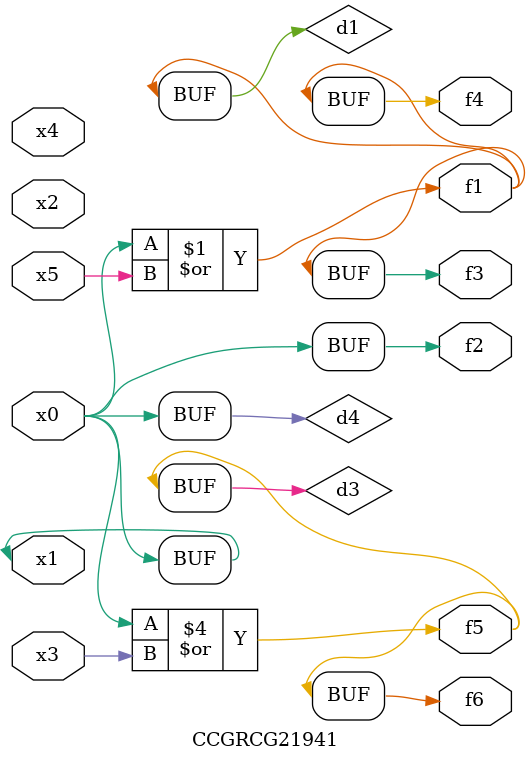
<source format=v>
module CCGRCG21941(
	input x0, x1, x2, x3, x4, x5,
	output f1, f2, f3, f4, f5, f6
);

	wire d1, d2, d3, d4;

	or (d1, x0, x5);
	xnor (d2, x1, x4);
	or (d3, x0, x3);
	buf (d4, x0, x1);
	assign f1 = d1;
	assign f2 = d4;
	assign f3 = d1;
	assign f4 = d1;
	assign f5 = d3;
	assign f6 = d3;
endmodule

</source>
